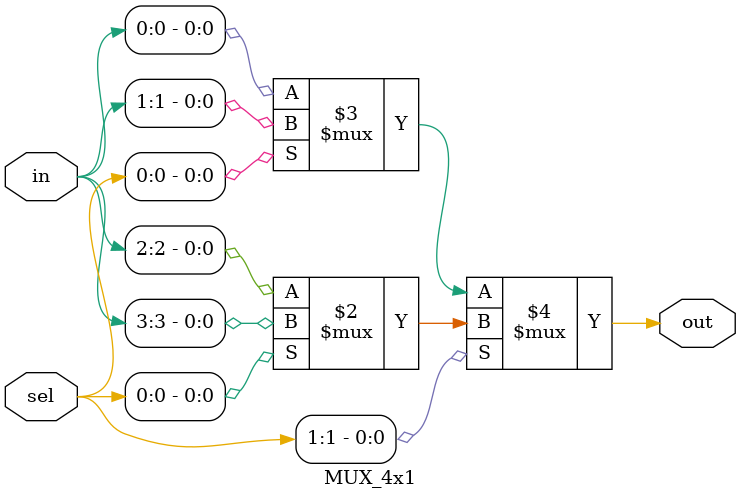
<source format=v>

module MUX_4x1(in,sel,out);
  input [3:0]in;
  input [1:0]sel;
  output reg out;
  
  always @*
    begin
      out=sel[1]?(sel[0]?in[3]:in[2]):(sel[0]?in[1]:in[0]);
    end
  
endmodule

//Design the 4X1_MUX using the Dataflow Modeling 
/*
module MUX_4x1(in,sel,out);
  input [3:0]in;
  input [1:0]sel;
  output out;
  
  assign out=sel[1]?(sel[0]?in[3]:in[2]):(sel[0]?in[1]:in[0]);
  
endmodule

*/
//Using case statement
/*module MUX_4x1(in,sel,out);
  input [3:0]in;
  input [1:0]sel;
  output reg out;
  
  always @*
    begin
      case(sel)
        2'b00 : out=in[0];
        2'b01 : out=in[1];
        2'b10 : out=in[2];
        2'b11 : out=in[3];
        
        default out=1'bx;
      endcase
    end
endmodule
*/
//Using if statement
/*module MUX_4x1(in,sel,out);
  input [3:0]in;
  input [1:0]sel;
  output reg out;
  
  always @*
    begin
      if(sel==2'b00)
        out=in[0];
      if(sel==2'b01)
        out=in[1];
      if(sel==2'b10)
        out=in[2];
      if(sel==2'b11)
        out=in[3];
    end
endmodule
     */ 


//Design the 4X1_MUX using the Gate level Modeling 
/*module MUX_4x1(in,sel,out);
  input [3:0]in;
  input [1:0]sel;
  output out;
  
  wire sel0_b,sel1_b,i0,i1,i2,i3; //declaration of intermediate wires
 
  not (sel0_b,sel[0]),(sel1_b,sel[1]);
  and (i0,in[0],sel0_b,sel1_b),(i1,in[1],sel[0],sel1_b),(i2,in[2],sel0_b,sel[1]),(i3,in[3],sel[0],sel[1]);
  or (out,i0,i1,i2,i3);
  
endmodule
*/

</source>
